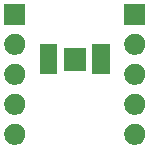
<source format=gbr>
G04 #@! TF.GenerationSoftware,KiCad,Pcbnew,(5.1.5-0-10_14)*
G04 #@! TF.CreationDate,2020-05-09T22:59:05-06:00*
G04 #@! TF.ProjectId,HVSSOP-8,48565353-4f50-42d3-982e-6b696361645f,rev?*
G04 #@! TF.SameCoordinates,Original*
G04 #@! TF.FileFunction,Soldermask,Top*
G04 #@! TF.FilePolarity,Negative*
%FSLAX46Y46*%
G04 Gerber Fmt 4.6, Leading zero omitted, Abs format (unit mm)*
G04 Created by KiCad (PCBNEW (5.1.5-0-10_14)) date 2020-05-09 22:59:05*
%MOMM*%
%LPD*%
G04 APERTURE LIST*
%ADD10C,0.100000*%
G04 APERTURE END LIST*
D10*
G36*
X159625512Y-97909927D02*
G01*
X159774812Y-97939624D01*
X159938784Y-98007544D01*
X160086354Y-98106147D01*
X160211853Y-98231646D01*
X160310456Y-98379216D01*
X160378376Y-98543188D01*
X160413000Y-98717259D01*
X160413000Y-98894741D01*
X160378376Y-99068812D01*
X160310456Y-99232784D01*
X160211853Y-99380354D01*
X160086354Y-99505853D01*
X159938784Y-99604456D01*
X159774812Y-99672376D01*
X159625512Y-99702073D01*
X159600742Y-99707000D01*
X159423258Y-99707000D01*
X159398488Y-99702073D01*
X159249188Y-99672376D01*
X159085216Y-99604456D01*
X158937646Y-99505853D01*
X158812147Y-99380354D01*
X158713544Y-99232784D01*
X158645624Y-99068812D01*
X158611000Y-98894741D01*
X158611000Y-98717259D01*
X158645624Y-98543188D01*
X158713544Y-98379216D01*
X158812147Y-98231646D01*
X158937646Y-98106147D01*
X159085216Y-98007544D01*
X159249188Y-97939624D01*
X159398488Y-97909927D01*
X159423258Y-97905000D01*
X159600742Y-97905000D01*
X159625512Y-97909927D01*
G37*
G36*
X149465512Y-97909927D02*
G01*
X149614812Y-97939624D01*
X149778784Y-98007544D01*
X149926354Y-98106147D01*
X150051853Y-98231646D01*
X150150456Y-98379216D01*
X150218376Y-98543188D01*
X150253000Y-98717259D01*
X150253000Y-98894741D01*
X150218376Y-99068812D01*
X150150456Y-99232784D01*
X150051853Y-99380354D01*
X149926354Y-99505853D01*
X149778784Y-99604456D01*
X149614812Y-99672376D01*
X149465512Y-99702073D01*
X149440742Y-99707000D01*
X149263258Y-99707000D01*
X149238488Y-99702073D01*
X149089188Y-99672376D01*
X148925216Y-99604456D01*
X148777646Y-99505853D01*
X148652147Y-99380354D01*
X148553544Y-99232784D01*
X148485624Y-99068812D01*
X148451000Y-98894741D01*
X148451000Y-98717259D01*
X148485624Y-98543188D01*
X148553544Y-98379216D01*
X148652147Y-98231646D01*
X148777646Y-98106147D01*
X148925216Y-98007544D01*
X149089188Y-97939624D01*
X149238488Y-97909927D01*
X149263258Y-97905000D01*
X149440742Y-97905000D01*
X149465512Y-97909927D01*
G37*
G36*
X159625512Y-95369927D02*
G01*
X159774812Y-95399624D01*
X159938784Y-95467544D01*
X160086354Y-95566147D01*
X160211853Y-95691646D01*
X160310456Y-95839216D01*
X160378376Y-96003188D01*
X160413000Y-96177259D01*
X160413000Y-96354741D01*
X160378376Y-96528812D01*
X160310456Y-96692784D01*
X160211853Y-96840354D01*
X160086354Y-96965853D01*
X159938784Y-97064456D01*
X159774812Y-97132376D01*
X159625512Y-97162073D01*
X159600742Y-97167000D01*
X159423258Y-97167000D01*
X159398488Y-97162073D01*
X159249188Y-97132376D01*
X159085216Y-97064456D01*
X158937646Y-96965853D01*
X158812147Y-96840354D01*
X158713544Y-96692784D01*
X158645624Y-96528812D01*
X158611000Y-96354741D01*
X158611000Y-96177259D01*
X158645624Y-96003188D01*
X158713544Y-95839216D01*
X158812147Y-95691646D01*
X158937646Y-95566147D01*
X159085216Y-95467544D01*
X159249188Y-95399624D01*
X159398488Y-95369927D01*
X159423258Y-95365000D01*
X159600742Y-95365000D01*
X159625512Y-95369927D01*
G37*
G36*
X149465512Y-95369927D02*
G01*
X149614812Y-95399624D01*
X149778784Y-95467544D01*
X149926354Y-95566147D01*
X150051853Y-95691646D01*
X150150456Y-95839216D01*
X150218376Y-96003188D01*
X150253000Y-96177259D01*
X150253000Y-96354741D01*
X150218376Y-96528812D01*
X150150456Y-96692784D01*
X150051853Y-96840354D01*
X149926354Y-96965853D01*
X149778784Y-97064456D01*
X149614812Y-97132376D01*
X149465512Y-97162073D01*
X149440742Y-97167000D01*
X149263258Y-97167000D01*
X149238488Y-97162073D01*
X149089188Y-97132376D01*
X148925216Y-97064456D01*
X148777646Y-96965853D01*
X148652147Y-96840354D01*
X148553544Y-96692784D01*
X148485624Y-96528812D01*
X148451000Y-96354741D01*
X148451000Y-96177259D01*
X148485624Y-96003188D01*
X148553544Y-95839216D01*
X148652147Y-95691646D01*
X148777646Y-95566147D01*
X148925216Y-95467544D01*
X149089188Y-95399624D01*
X149238488Y-95369927D01*
X149263258Y-95365000D01*
X149440742Y-95365000D01*
X149465512Y-95369927D01*
G37*
G36*
X159625512Y-92829927D02*
G01*
X159774812Y-92859624D01*
X159938784Y-92927544D01*
X160086354Y-93026147D01*
X160211853Y-93151646D01*
X160310456Y-93299216D01*
X160378376Y-93463188D01*
X160413000Y-93637259D01*
X160413000Y-93814741D01*
X160378376Y-93988812D01*
X160310456Y-94152784D01*
X160211853Y-94300354D01*
X160086354Y-94425853D01*
X159938784Y-94524456D01*
X159774812Y-94592376D01*
X159625512Y-94622073D01*
X159600742Y-94627000D01*
X159423258Y-94627000D01*
X159398488Y-94622073D01*
X159249188Y-94592376D01*
X159085216Y-94524456D01*
X158937646Y-94425853D01*
X158812147Y-94300354D01*
X158713544Y-94152784D01*
X158645624Y-93988812D01*
X158611000Y-93814741D01*
X158611000Y-93637259D01*
X158645624Y-93463188D01*
X158713544Y-93299216D01*
X158812147Y-93151646D01*
X158937646Y-93026147D01*
X159085216Y-92927544D01*
X159249188Y-92859624D01*
X159398488Y-92829927D01*
X159423258Y-92825000D01*
X159600742Y-92825000D01*
X159625512Y-92829927D01*
G37*
G36*
X149465512Y-92829927D02*
G01*
X149614812Y-92859624D01*
X149778784Y-92927544D01*
X149926354Y-93026147D01*
X150051853Y-93151646D01*
X150150456Y-93299216D01*
X150218376Y-93463188D01*
X150253000Y-93637259D01*
X150253000Y-93814741D01*
X150218376Y-93988812D01*
X150150456Y-94152784D01*
X150051853Y-94300354D01*
X149926354Y-94425853D01*
X149778784Y-94524456D01*
X149614812Y-94592376D01*
X149465512Y-94622073D01*
X149440742Y-94627000D01*
X149263258Y-94627000D01*
X149238488Y-94622073D01*
X149089188Y-94592376D01*
X148925216Y-94524456D01*
X148777646Y-94425853D01*
X148652147Y-94300354D01*
X148553544Y-94152784D01*
X148485624Y-93988812D01*
X148451000Y-93814741D01*
X148451000Y-93637259D01*
X148485624Y-93463188D01*
X148553544Y-93299216D01*
X148652147Y-93151646D01*
X148777646Y-93026147D01*
X148925216Y-92927544D01*
X149089188Y-92859624D01*
X149238488Y-92829927D01*
X149263258Y-92825000D01*
X149440742Y-92825000D01*
X149465512Y-92829927D01*
G37*
G36*
X157378600Y-93700800D02*
G01*
X155905000Y-93700800D01*
X155905000Y-91211200D01*
X157378600Y-91211200D01*
X157378600Y-93700800D01*
G37*
G36*
X152959000Y-93700800D02*
G01*
X151485400Y-93700800D01*
X151485400Y-91211200D01*
X152959000Y-91211200D01*
X152959000Y-93700800D01*
G37*
G36*
X155346600Y-93434100D02*
G01*
X153517400Y-93434100D01*
X153517400Y-91477900D01*
X155346600Y-91477900D01*
X155346600Y-93434100D01*
G37*
G36*
X159625512Y-90289927D02*
G01*
X159774812Y-90319624D01*
X159938784Y-90387544D01*
X160086354Y-90486147D01*
X160211853Y-90611646D01*
X160310456Y-90759216D01*
X160378376Y-90923188D01*
X160413000Y-91097259D01*
X160413000Y-91274741D01*
X160378376Y-91448812D01*
X160310456Y-91612784D01*
X160211853Y-91760354D01*
X160086354Y-91885853D01*
X159938784Y-91984456D01*
X159774812Y-92052376D01*
X159625512Y-92082073D01*
X159600742Y-92087000D01*
X159423258Y-92087000D01*
X159398488Y-92082073D01*
X159249188Y-92052376D01*
X159085216Y-91984456D01*
X158937646Y-91885853D01*
X158812147Y-91760354D01*
X158713544Y-91612784D01*
X158645624Y-91448812D01*
X158611000Y-91274741D01*
X158611000Y-91097259D01*
X158645624Y-90923188D01*
X158713544Y-90759216D01*
X158812147Y-90611646D01*
X158937646Y-90486147D01*
X159085216Y-90387544D01*
X159249188Y-90319624D01*
X159398488Y-90289927D01*
X159423258Y-90285000D01*
X159600742Y-90285000D01*
X159625512Y-90289927D01*
G37*
G36*
X149465512Y-90289927D02*
G01*
X149614812Y-90319624D01*
X149778784Y-90387544D01*
X149926354Y-90486147D01*
X150051853Y-90611646D01*
X150150456Y-90759216D01*
X150218376Y-90923188D01*
X150253000Y-91097259D01*
X150253000Y-91274741D01*
X150218376Y-91448812D01*
X150150456Y-91612784D01*
X150051853Y-91760354D01*
X149926354Y-91885853D01*
X149778784Y-91984456D01*
X149614812Y-92052376D01*
X149465512Y-92082073D01*
X149440742Y-92087000D01*
X149263258Y-92087000D01*
X149238488Y-92082073D01*
X149089188Y-92052376D01*
X148925216Y-91984456D01*
X148777646Y-91885853D01*
X148652147Y-91760354D01*
X148553544Y-91612784D01*
X148485624Y-91448812D01*
X148451000Y-91274741D01*
X148451000Y-91097259D01*
X148485624Y-90923188D01*
X148553544Y-90759216D01*
X148652147Y-90611646D01*
X148777646Y-90486147D01*
X148925216Y-90387544D01*
X149089188Y-90319624D01*
X149238488Y-90289927D01*
X149263258Y-90285000D01*
X149440742Y-90285000D01*
X149465512Y-90289927D01*
G37*
G36*
X160413000Y-89547000D02*
G01*
X158611000Y-89547000D01*
X158611000Y-87745000D01*
X160413000Y-87745000D01*
X160413000Y-89547000D01*
G37*
G36*
X150253000Y-89547000D02*
G01*
X148451000Y-89547000D01*
X148451000Y-87745000D01*
X150253000Y-87745000D01*
X150253000Y-89547000D01*
G37*
M02*

</source>
